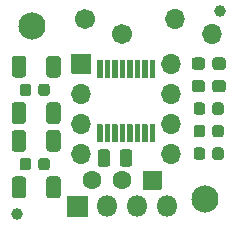
<source format=gts>
G04 #@! TF.GenerationSoftware,KiCad,Pcbnew,(5.1.9-0-10_14)*
G04 #@! TF.CreationDate,2021-04-29T15:18:39+10:00*
G04 #@! TF.ProjectId,VR-Conditioner-MAX9926+reg,56522d43-6f6e-4646-9974-696f6e65722d,3.7*
G04 #@! TF.SameCoordinates,PX68c4118PY713e7a8*
G04 #@! TF.FileFunction,Soldermask,Top*
G04 #@! TF.FilePolarity,Negative*
%FSLAX46Y46*%
G04 Gerber Fmt 4.6, Leading zero omitted, Abs format (unit mm)*
G04 Created by KiCad (PCBNEW (5.1.9-0-10_14)) date 2021-04-29 15:18:39*
%MOMM*%
%LPD*%
G01*
G04 APERTURE LIST*
%ADD10O,1.801600X1.801600*%
%ADD11C,1.601600*%
%ADD12C,2.301600*%
%ADD13O,1.701600X1.701600*%
%ADD14C,1.701600*%
%ADD15C,1.000000*%
G04 APERTURE END LIST*
G04 #@! TO.C,C20*
G36*
G01*
X4971300Y8282650D02*
X4971300Y7719350D01*
G75*
G02*
X4727150Y7475200I-244150J0D01*
G01*
X4238850Y7475200D01*
G75*
G02*
X3994700Y7719350I0J244150D01*
G01*
X3994700Y8282650D01*
G75*
G02*
X4238850Y8526800I244150J0D01*
G01*
X4727150Y8526800D01*
G75*
G02*
X4971300Y8282650I0J-244150D01*
G01*
G37*
G36*
G01*
X6546300Y8282650D02*
X6546300Y7719350D01*
G75*
G02*
X6302150Y7475200I-244150J0D01*
G01*
X5813850Y7475200D01*
G75*
G02*
X5569700Y7719350I0J244150D01*
G01*
X5569700Y8282650D01*
G75*
G02*
X5813850Y8526800I244150J0D01*
G01*
X6302150Y8526800D01*
G75*
G02*
X6546300Y8282650I0J-244150D01*
G01*
G37*
G04 #@! TD*
G04 #@! TO.C,C10*
G36*
G01*
X5569700Y14005850D02*
X5569700Y14569150D01*
G75*
G02*
X5813850Y14813300I244150J0D01*
G01*
X6302150Y14813300D01*
G75*
G02*
X6546300Y14569150I0J-244150D01*
G01*
X6546300Y14005850D01*
G75*
G02*
X6302150Y13761700I-244150J0D01*
G01*
X5813850Y13761700D01*
G75*
G02*
X5569700Y14005850I0J244150D01*
G01*
G37*
G36*
G01*
X3994700Y14005850D02*
X3994700Y14569150D01*
G75*
G02*
X4238850Y14813300I244150J0D01*
G01*
X4727150Y14813300D01*
G75*
G02*
X4971300Y14569150I0J-244150D01*
G01*
X4971300Y14005850D01*
G75*
G02*
X4727150Y13761700I-244150J0D01*
G01*
X4238850Y13761700D01*
G75*
G02*
X3994700Y14005850I0J244150D01*
G01*
G37*
G04 #@! TD*
G04 #@! TO.C,C4*
G36*
G01*
X12464200Y8027350D02*
X12464200Y8990650D01*
G75*
G02*
X12733350Y9259800I269150J0D01*
G01*
X13271650Y9259800D01*
G75*
G02*
X13540800Y8990650I0J-269150D01*
G01*
X13540800Y8027350D01*
G75*
G02*
X13271650Y7758200I-269150J0D01*
G01*
X12733350Y7758200D01*
G75*
G02*
X12464200Y8027350I0J269150D01*
G01*
G37*
G36*
G01*
X10589200Y8027350D02*
X10589200Y8990650D01*
G75*
G02*
X10858350Y9259800I269150J0D01*
G01*
X11396650Y9259800D01*
G75*
G02*
X11665800Y8990650I0J-269150D01*
G01*
X11665800Y8027350D01*
G75*
G02*
X11396650Y7758200I-269150J0D01*
G01*
X10858350Y7758200D01*
G75*
G02*
X10589200Y8027350I0J269150D01*
G01*
G37*
G04 #@! TD*
G04 #@! TO.C,C3*
G36*
G01*
X19703300Y12981650D02*
X19703300Y12418350D01*
G75*
G02*
X19459150Y12174200I-244150J0D01*
G01*
X18970850Y12174200D01*
G75*
G02*
X18726700Y12418350I0J244150D01*
G01*
X18726700Y12981650D01*
G75*
G02*
X18970850Y13225800I244150J0D01*
G01*
X19459150Y13225800D01*
G75*
G02*
X19703300Y12981650I0J-244150D01*
G01*
G37*
G36*
G01*
X21278300Y12981650D02*
X21278300Y12418350D01*
G75*
G02*
X21034150Y12174200I-244150J0D01*
G01*
X20545850Y12174200D01*
G75*
G02*
X20301700Y12418350I0J244150D01*
G01*
X20301700Y12981650D01*
G75*
G02*
X20545850Y13225800I244150J0D01*
G01*
X21034150Y13225800D01*
G75*
G02*
X21278300Y12981650I0J-244150D01*
G01*
G37*
G04 #@! TD*
G04 #@! TO.C,C2*
G36*
G01*
X19703300Y11076650D02*
X19703300Y10513350D01*
G75*
G02*
X19459150Y10269200I-244150J0D01*
G01*
X18970850Y10269200D01*
G75*
G02*
X18726700Y10513350I0J244150D01*
G01*
X18726700Y11076650D01*
G75*
G02*
X18970850Y11320800I244150J0D01*
G01*
X19459150Y11320800D01*
G75*
G02*
X19703300Y11076650I0J-244150D01*
G01*
G37*
G36*
G01*
X21278300Y11076650D02*
X21278300Y10513350D01*
G75*
G02*
X21034150Y10269200I-244150J0D01*
G01*
X20545850Y10269200D01*
G75*
G02*
X20301700Y10513350I0J244150D01*
G01*
X20301700Y11076650D01*
G75*
G02*
X20545850Y11320800I244150J0D01*
G01*
X21034150Y11320800D01*
G75*
G02*
X21278300Y11076650I0J-244150D01*
G01*
G37*
G04 #@! TD*
G04 #@! TO.C,C1*
G36*
G01*
X19703300Y9171650D02*
X19703300Y8608350D01*
G75*
G02*
X19459150Y8364200I-244150J0D01*
G01*
X18970850Y8364200D01*
G75*
G02*
X18726700Y8608350I0J244150D01*
G01*
X18726700Y9171650D01*
G75*
G02*
X18970850Y9415800I244150J0D01*
G01*
X19459150Y9415800D01*
G75*
G02*
X19703300Y9171650I0J-244150D01*
G01*
G37*
G36*
G01*
X21278300Y9171650D02*
X21278300Y8608350D01*
G75*
G02*
X21034150Y8364200I-244150J0D01*
G01*
X20545850Y8364200D01*
G75*
G02*
X20301700Y8608350I0J244150D01*
G01*
X20301700Y9171650D01*
G75*
G02*
X20545850Y9415800I244150J0D01*
G01*
X21034150Y9415800D01*
G75*
G02*
X21278300Y9171650I0J-244150D01*
G01*
G37*
G04 #@! TD*
D10*
G04 #@! TO.C,J2*
X16510000Y4445000D03*
X13970000Y4445000D03*
X11430000Y4445000D03*
G36*
G01*
X8040000Y5345800D02*
X9740000Y5345800D01*
G75*
G02*
X9790800Y5295000I0J-50800D01*
G01*
X9790800Y3595000D01*
G75*
G02*
X9740000Y3544200I-50800J0D01*
G01*
X8040000Y3544200D01*
G75*
G02*
X7989200Y3595000I0J50800D01*
G01*
X7989200Y5295000D01*
G75*
G02*
X8040000Y5345800I50800J0D01*
G01*
G37*
G04 #@! TD*
G04 #@! TO.C,U2*
G36*
G01*
X15990000Y5849200D02*
X14490000Y5849200D01*
G75*
G02*
X14439200Y5900000I0J50800D01*
G01*
X14439200Y7400000D01*
G75*
G02*
X14490000Y7450800I50800J0D01*
G01*
X15990000Y7450800D01*
G75*
G02*
X16040800Y7400000I0J-50800D01*
G01*
X16040800Y5900000D01*
G75*
G02*
X15990000Y5849200I-50800J0D01*
G01*
G37*
D11*
X10160000Y6650000D03*
X12700000Y6650000D03*
G04 #@! TD*
D12*
G04 #@! TO.C,H2*
X5080000Y19685000D03*
G04 #@! TD*
G04 #@! TO.C,H1*
X19685000Y5080000D03*
G04 #@! TD*
D13*
G04 #@! TO.C,R23*
X20320000Y19050000D03*
D14*
X12700000Y19050000D03*
G04 #@! TD*
D13*
G04 #@! TO.C,R13*
X17145000Y20320000D03*
D14*
X9525000Y20320000D03*
G04 #@! TD*
G04 #@! TO.C,U1*
G36*
G01*
X15062600Y11391901D02*
X15417400Y11391901D01*
G75*
G02*
X15468200Y11341101I0J-50800D01*
G01*
X15468200Y9886203D01*
G75*
G02*
X15417400Y9835403I-50800J0D01*
G01*
X15062600Y9835403D01*
G75*
G02*
X15011800Y9886203I0J50800D01*
G01*
X15011800Y11341101D01*
G75*
G02*
X15062600Y11391901I50800J0D01*
G01*
G37*
G36*
G01*
X14427600Y11391901D02*
X14782400Y11391901D01*
G75*
G02*
X14833200Y11341101I0J-50800D01*
G01*
X14833200Y9886203D01*
G75*
G02*
X14782400Y9835403I-50800J0D01*
G01*
X14427600Y9835403D01*
G75*
G02*
X14376800Y9886203I0J50800D01*
G01*
X14376800Y11341101D01*
G75*
G02*
X14427600Y11391901I50800J0D01*
G01*
G37*
G36*
G01*
X13792600Y11391901D02*
X14147400Y11391901D01*
G75*
G02*
X14198200Y11341101I0J-50800D01*
G01*
X14198200Y9886203D01*
G75*
G02*
X14147400Y9835403I-50800J0D01*
G01*
X13792600Y9835403D01*
G75*
G02*
X13741800Y9886203I0J50800D01*
G01*
X13741800Y11341101D01*
G75*
G02*
X13792600Y11391901I50800J0D01*
G01*
G37*
G36*
G01*
X13157600Y11391901D02*
X13512400Y11391901D01*
G75*
G02*
X13563200Y11341101I0J-50800D01*
G01*
X13563200Y9886203D01*
G75*
G02*
X13512400Y9835403I-50800J0D01*
G01*
X13157600Y9835403D01*
G75*
G02*
X13106800Y9886203I0J50800D01*
G01*
X13106800Y11341101D01*
G75*
G02*
X13157600Y11391901I50800J0D01*
G01*
G37*
G36*
G01*
X12522600Y11391901D02*
X12877400Y11391901D01*
G75*
G02*
X12928200Y11341101I0J-50800D01*
G01*
X12928200Y9886203D01*
G75*
G02*
X12877400Y9835403I-50800J0D01*
G01*
X12522600Y9835403D01*
G75*
G02*
X12471800Y9886203I0J50800D01*
G01*
X12471800Y11341101D01*
G75*
G02*
X12522600Y11391901I50800J0D01*
G01*
G37*
G36*
G01*
X11887600Y11391901D02*
X12242400Y11391901D01*
G75*
G02*
X12293200Y11341101I0J-50800D01*
G01*
X12293200Y9886203D01*
G75*
G02*
X12242400Y9835403I-50800J0D01*
G01*
X11887600Y9835403D01*
G75*
G02*
X11836800Y9886203I0J50800D01*
G01*
X11836800Y11341101D01*
G75*
G02*
X11887600Y11391901I50800J0D01*
G01*
G37*
G36*
G01*
X11252600Y11391901D02*
X11607400Y11391901D01*
G75*
G02*
X11658200Y11341101I0J-50800D01*
G01*
X11658200Y9886203D01*
G75*
G02*
X11607400Y9835403I-50800J0D01*
G01*
X11252600Y9835403D01*
G75*
G02*
X11201800Y9886203I0J50800D01*
G01*
X11201800Y11341101D01*
G75*
G02*
X11252600Y11391901I50800J0D01*
G01*
G37*
G36*
G01*
X10617600Y11391901D02*
X10972400Y11391901D01*
G75*
G02*
X11023200Y11341101I0J-50800D01*
G01*
X11023200Y9886203D01*
G75*
G02*
X10972400Y9835403I-50800J0D01*
G01*
X10617600Y9835403D01*
G75*
G02*
X10566800Y9886203I0J50800D01*
G01*
X10566800Y11341101D01*
G75*
G02*
X10617600Y11391901I50800J0D01*
G01*
G37*
G36*
G01*
X10617600Y16834597D02*
X10972400Y16834597D01*
G75*
G02*
X11023200Y16783797I0J-50800D01*
G01*
X11023200Y15328899D01*
G75*
G02*
X10972400Y15278099I-50800J0D01*
G01*
X10617600Y15278099D01*
G75*
G02*
X10566800Y15328899I0J50800D01*
G01*
X10566800Y16783797D01*
G75*
G02*
X10617600Y16834597I50800J0D01*
G01*
G37*
G36*
G01*
X11252600Y16834597D02*
X11607400Y16834597D01*
G75*
G02*
X11658200Y16783797I0J-50800D01*
G01*
X11658200Y15328899D01*
G75*
G02*
X11607400Y15278099I-50800J0D01*
G01*
X11252600Y15278099D01*
G75*
G02*
X11201800Y15328899I0J50800D01*
G01*
X11201800Y16783797D01*
G75*
G02*
X11252600Y16834597I50800J0D01*
G01*
G37*
G36*
G01*
X11887600Y16834597D02*
X12242400Y16834597D01*
G75*
G02*
X12293200Y16783797I0J-50800D01*
G01*
X12293200Y15328899D01*
G75*
G02*
X12242400Y15278099I-50800J0D01*
G01*
X11887600Y15278099D01*
G75*
G02*
X11836800Y15328899I0J50800D01*
G01*
X11836800Y16783797D01*
G75*
G02*
X11887600Y16834597I50800J0D01*
G01*
G37*
G36*
G01*
X12522600Y16834597D02*
X12877400Y16834597D01*
G75*
G02*
X12928200Y16783797I0J-50800D01*
G01*
X12928200Y15328899D01*
G75*
G02*
X12877400Y15278099I-50800J0D01*
G01*
X12522600Y15278099D01*
G75*
G02*
X12471800Y15328899I0J50800D01*
G01*
X12471800Y16783797D01*
G75*
G02*
X12522600Y16834597I50800J0D01*
G01*
G37*
G36*
G01*
X13157600Y16834597D02*
X13512400Y16834597D01*
G75*
G02*
X13563200Y16783797I0J-50800D01*
G01*
X13563200Y15328899D01*
G75*
G02*
X13512400Y15278099I-50800J0D01*
G01*
X13157600Y15278099D01*
G75*
G02*
X13106800Y15328899I0J50800D01*
G01*
X13106800Y16783797D01*
G75*
G02*
X13157600Y16834597I50800J0D01*
G01*
G37*
G36*
G01*
X13792600Y16834597D02*
X14147400Y16834597D01*
G75*
G02*
X14198200Y16783797I0J-50800D01*
G01*
X14198200Y15328899D01*
G75*
G02*
X14147400Y15278099I-50800J0D01*
G01*
X13792600Y15278099D01*
G75*
G02*
X13741800Y15328899I0J50800D01*
G01*
X13741800Y16783797D01*
G75*
G02*
X13792600Y16834597I50800J0D01*
G01*
G37*
G36*
G01*
X14427600Y16834597D02*
X14782400Y16834597D01*
G75*
G02*
X14833200Y16783797I0J-50800D01*
G01*
X14833200Y15328899D01*
G75*
G02*
X14782400Y15278099I-50800J0D01*
G01*
X14427600Y15278099D01*
G75*
G02*
X14376800Y15328899I0J50800D01*
G01*
X14376800Y16783797D01*
G75*
G02*
X14427600Y16834597I50800J0D01*
G01*
G37*
G36*
G01*
X15062600Y16834597D02*
X15417400Y16834597D01*
G75*
G02*
X15468200Y16783797I0J-50800D01*
G01*
X15468200Y15328899D01*
G75*
G02*
X15417400Y15278099I-50800J0D01*
G01*
X15062600Y15278099D01*
G75*
G02*
X15011800Y15328899I0J50800D01*
G01*
X15011800Y16783797D01*
G75*
G02*
X15062600Y16834597I50800J0D01*
G01*
G37*
G04 #@! TD*
G04 #@! TO.C,R20*
G36*
G01*
X19703300Y14867900D02*
X19703300Y14342100D01*
G75*
G02*
X19440400Y14079200I-262900J0D01*
G01*
X18814600Y14079200D01*
G75*
G02*
X18551700Y14342100I0J262900D01*
G01*
X18551700Y14867900D01*
G75*
G02*
X18814600Y15130800I262900J0D01*
G01*
X19440400Y15130800D01*
G75*
G02*
X19703300Y14867900I0J-262900D01*
G01*
G37*
G36*
G01*
X21453300Y14867900D02*
X21453300Y14342100D01*
G75*
G02*
X21190400Y14079200I-262900J0D01*
G01*
X20564600Y14079200D01*
G75*
G02*
X20301700Y14342100I0J262900D01*
G01*
X20301700Y14867900D01*
G75*
G02*
X20564600Y15130800I262900J0D01*
G01*
X21190400Y15130800D01*
G75*
G02*
X21453300Y14867900I0J-262900D01*
G01*
G37*
G04 #@! TD*
G04 #@! TO.C,R10*
G36*
G01*
X19703300Y16772900D02*
X19703300Y16247100D01*
G75*
G02*
X19440400Y15984200I-262900J0D01*
G01*
X18814600Y15984200D01*
G75*
G02*
X18551700Y16247100I0J262900D01*
G01*
X18551700Y16772900D01*
G75*
G02*
X18814600Y17035800I262900J0D01*
G01*
X19440400Y17035800D01*
G75*
G02*
X19703300Y16772900I0J-262900D01*
G01*
G37*
G36*
G01*
X21453300Y16772900D02*
X21453300Y16247100D01*
G75*
G02*
X21190400Y15984200I-262900J0D01*
G01*
X20564600Y15984200D01*
G75*
G02*
X20301700Y16247100I0J262900D01*
G01*
X20301700Y16772900D01*
G75*
G02*
X20564600Y17035800I262900J0D01*
G01*
X21190400Y17035800D01*
G75*
G02*
X21453300Y16772900I0J-262900D01*
G01*
G37*
G04 #@! TD*
D13*
G04 #@! TO.C,J1*
X16827500Y16510000D03*
X9207500Y8890000D03*
X16827500Y13970000D03*
X9207500Y11430000D03*
X16827500Y11430000D03*
X9207500Y13970000D03*
X16827500Y8890000D03*
G36*
G01*
X8356700Y15710000D02*
X8356700Y17310000D01*
G75*
G02*
X8407500Y17360800I50800J0D01*
G01*
X10007500Y17360800D01*
G75*
G02*
X10058300Y17310000I0J-50800D01*
G01*
X10058300Y15710000D01*
G75*
G02*
X10007500Y15659200I-50800J0D01*
G01*
X8407500Y15659200D01*
G75*
G02*
X8356700Y15710000I0J50800D01*
G01*
G37*
G04 #@! TD*
D15*
G04 #@! TO.C,FID2*
X20955000Y20955000D03*
G04 #@! TD*
G04 #@! TO.C,FID1*
X3810000Y3810000D03*
G04 #@! TD*
G04 #@! TO.C,R1*
G36*
G01*
X6246700Y11665776D02*
X6246700Y12972224D01*
G75*
G02*
X6519276Y13244800I272576J0D01*
G01*
X7200724Y13244800D01*
G75*
G02*
X7473300Y12972224I0J-272576D01*
G01*
X7473300Y11665776D01*
G75*
G02*
X7200724Y11393200I-272576J0D01*
G01*
X6519276Y11393200D01*
G75*
G02*
X6246700Y11665776I0J272576D01*
G01*
G37*
G36*
G01*
X3321700Y11665776D02*
X3321700Y12972224D01*
G75*
G02*
X3594276Y13244800I272576J0D01*
G01*
X4275724Y13244800D01*
G75*
G02*
X4548300Y12972224I0J-272576D01*
G01*
X4548300Y11665776D01*
G75*
G02*
X4275724Y11393200I-272576J0D01*
G01*
X3594276Y11393200D01*
G75*
G02*
X3321700Y11665776I0J272576D01*
G01*
G37*
G04 #@! TD*
G04 #@! TO.C,R2*
G36*
G01*
X3321700Y5379276D02*
X3321700Y6685724D01*
G75*
G02*
X3594276Y6958300I272576J0D01*
G01*
X4275724Y6958300D01*
G75*
G02*
X4548300Y6685724I0J-272576D01*
G01*
X4548300Y5379276D01*
G75*
G02*
X4275724Y5106700I-272576J0D01*
G01*
X3594276Y5106700D01*
G75*
G02*
X3321700Y5379276I0J272576D01*
G01*
G37*
G36*
G01*
X6246700Y5379276D02*
X6246700Y6685724D01*
G75*
G02*
X6519276Y6958300I272576J0D01*
G01*
X7200724Y6958300D01*
G75*
G02*
X7473300Y6685724I0J-272576D01*
G01*
X7473300Y5379276D01*
G75*
G02*
X7200724Y5106700I-272576J0D01*
G01*
X6519276Y5106700D01*
G75*
G02*
X6246700Y5379276I0J272576D01*
G01*
G37*
G04 #@! TD*
G04 #@! TO.C,R3*
G36*
G01*
X6246700Y9316276D02*
X6246700Y10622724D01*
G75*
G02*
X6519276Y10895300I272576J0D01*
G01*
X7200724Y10895300D01*
G75*
G02*
X7473300Y10622724I0J-272576D01*
G01*
X7473300Y9316276D01*
G75*
G02*
X7200724Y9043700I-272576J0D01*
G01*
X6519276Y9043700D01*
G75*
G02*
X6246700Y9316276I0J272576D01*
G01*
G37*
G36*
G01*
X3321700Y9316276D02*
X3321700Y10622724D01*
G75*
G02*
X3594276Y10895300I272576J0D01*
G01*
X4275724Y10895300D01*
G75*
G02*
X4548300Y10622724I0J-272576D01*
G01*
X4548300Y9316276D01*
G75*
G02*
X4275724Y9043700I-272576J0D01*
G01*
X3594276Y9043700D01*
G75*
G02*
X3321700Y9316276I0J272576D01*
G01*
G37*
G04 #@! TD*
G04 #@! TO.C,R12*
G36*
G01*
X3321700Y15602776D02*
X3321700Y16909224D01*
G75*
G02*
X3594276Y17181800I272576J0D01*
G01*
X4275724Y17181800D01*
G75*
G02*
X4548300Y16909224I0J-272576D01*
G01*
X4548300Y15602776D01*
G75*
G02*
X4275724Y15330200I-272576J0D01*
G01*
X3594276Y15330200D01*
G75*
G02*
X3321700Y15602776I0J272576D01*
G01*
G37*
G36*
G01*
X6246700Y15602776D02*
X6246700Y16909224D01*
G75*
G02*
X6519276Y17181800I272576J0D01*
G01*
X7200724Y17181800D01*
G75*
G02*
X7473300Y16909224I0J-272576D01*
G01*
X7473300Y15602776D01*
G75*
G02*
X7200724Y15330200I-272576J0D01*
G01*
X6519276Y15330200D01*
G75*
G02*
X6246700Y15602776I0J272576D01*
G01*
G37*
G04 #@! TD*
M02*

</source>
